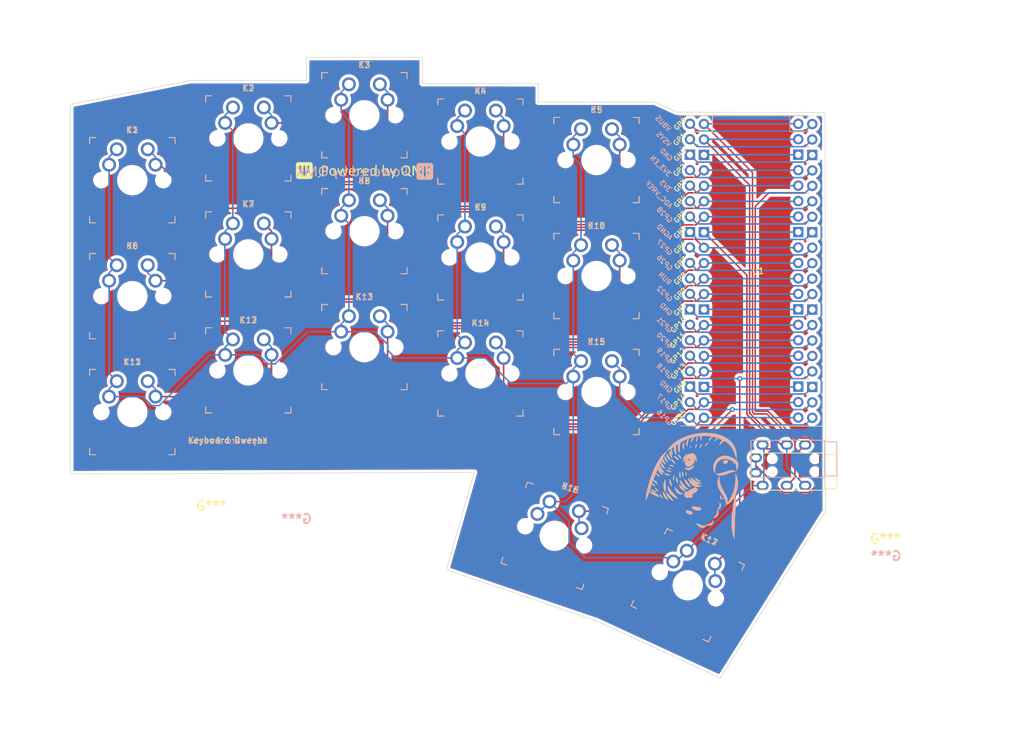
<source format=kicad_pcb>
(kicad_pcb (version 20211014) (generator pcbnew)
  (layers (0 "F.Cu" signal) (31 "B.Cu" signal) (34 "B.Paste" user) (35 "F.Paste" user) (36 "B.SilkS" user "B.Silkscreen") (37 "F.SilkS" user "F.Silkscreen") (38 "B.Mask" user) (39 "F.Mask" user) (44 "Edge.Cuts" user))
  (net 0 "")
  (net 1 "R1")
  (net 2 "GND")
  (net 3 "R2")
  (net 4 "R3")
  (net 5 "R4")
  (net 6 "R5")
  (net 7 "R6")
  (net 8 "R7")
  (net 9 "R8")
  (net 10 "R9")
  (net 11 "R10")
  (net 12 "R12")
  (net 13 "R13")
  (net 14 "R14")
  (net 15 "R15")
  (net 16 "R16")
  (net 17 "R17")
  (net 18 "TX")
  (net 19 "RX")
  (net 20 "unconnected-(U1-Pad3)")
  (net 21 "unconnected-(U1-Pad13)")
  (net 22 "unconnected-(U1-Pad18)")
  (net 23 "R11")
  (net 24 "unconnected-(U1-Pad25)")
  (net 25 "unconnected-(U1-Pad26)")
  (net 26 "unconnected-(U1-Pad27)")
  (net 27 "unconnected-(U1-Pad28)")
  (net 28 "unconnected-(U1-Pad29)")
  (net 29 "unconnected-(U1-Pad30)")
  (net 30 "unconnected-(U1-Pad31)")
  (net 31 "unconnected-(U1-Pad32)")
  (net 32 "unconnected-(U1-Pad33)")
  (net 33 "unconnected-(U1-Pad34)")
  (net 34 "unconnected-(U1-Pad35)")
  (net 35 "3v3")
  (net 36 "unconnected-(U1-Pad37)")
  (net 37 "unconnected-(U1-Pad38)")
  (net 38 "unconnected-(U1-Pad39)")
  (net 39 "unconnected-(U1-Pad40)")
  (net 40 "unconnected-(U1-Pad23)")
  (footprint "keyswitches:SW_MX_reversible" (layer "F.Cu") (at 106.646943 61.006379)
    (fp_text reference "K3")
    (fp_text value "KEYSW")
  )
  (footprint "keyswitches:SW_MX_reversible" (layer "F.Cu") (at 144.746943 106.472379)
    (fp_text reference "K15")
    (fp_text value "KEYSW")
  )
  (footprint "keyswitches:SW_MX_reversible" (layer "F.Cu") (at 159.732943 138.222379 -25)
    (fp_text reference "K17")
    (fp_text value "KEYSW")
  )
  (footprint "keyswitches:SW_MX_reversible" (layer "F.Cu") (at 144.746943 87.422379)
    (fp_text reference "K10")
    (fp_text value "KEYSW")
  )
  (footprint "keyswitches:SW_MX_reversible" (layer "F.Cu") (at 68.546943 90.724379)
    (fp_text reference "K6")
    (fp_text value "KEYSW")
  )
  (footprint "keyswitches:SW_MX_reversible" (layer "F.Cu") (at 87.596943 83.866379)
    (fp_text reference "K7")
    (fp_text value "KEYSW")
  )
  (footprint "keyswitches:SW_MX_reversible" (layer "F.Cu") (at 137.888943 130.094379 -18)
    (fp_text reference "K16")
    (fp_text value "KEYSW")
  )
  (footprint "keyswitches:SW_MX_reversible" (layer "F.Cu") (at 125.696943 84.374379)
    (fp_text reference "K9")
    (fp_text value "KEYSW")
  )
  (footprint "imagefootprints:qmk25mm" (layer "F.Cu") (at 106.505386 70.075196)
    (fp_text reference "G***")
    (fp_text value "LOGO" hide)
  )
  (footprint "keyswitches:SW_MX_reversible" (layer "F.Cu") (at 87.596943 64.816379)
    (fp_text reference "K2")
    (fp_text value "KEYSW")
  )
  (footprint "keyswitches:SW_MX_reversible" (layer "F.Cu") (at 144.746943 68.372379)
    (fp_text reference "K5")
    (fp_text value "KEYSW")
  )
  (footprint "Keebio-Parts:TRRS-PJ-320A-rev" (layer "F.Cu") (at 181.187443 119.046379 -90)
    (fp_text reference "U2")
    (fp_text value "TRRS")
  )
  (footprint "MCU_RaspberryPi_and_Boards:RPi_Pico_SMD_TH-REV2" (layer "F.Cu") (at 171.280943 86.582379)
    (fp_text reference "U1")
    (fp_text value "Pico")
  )
  (footprint "keyswitches:SW_MX_reversible" (layer "F.Cu") (at 68.546943 109.774379)
    (fp_text reference "K11")
    (fp_text value "KEYSW")
  )
  (footprint "keyswitches:SW_MX_reversible" (layer "F.Cu") (at 87.596943 102.916379)
    (fp_text reference "K12")
    (fp_text value "KEYSW")
  )
  (footprint "imagefootprints:BudgyHeadright" (layer "F.Cu") (at 160.42 121.95)
    (fp_text reference "G***")
    (fp_text value "LOGO" hide)
  )
  (footprint "keyswitches:SW_MX_reversible" (layer "F.Cu") (at 106.646943 80.056379)
    (fp_text reference "K8")
    (fp_text value "KEYSW")
  )
  (footprint "keyswitches:SW_MX_reversible" (layer "F.Cu") (at 125.696943 103.424379)
    (fp_text reference "K14")
    (fp_text value "KEYSW")
  )
  (footprint "keyswitches:SW_MX_reversible" (layer "F.Cu") (at 125.696943 65.324379)
    (fp_text reference "K4")
    (fp_text value "KEYSW")
  )
  (footprint "keyswitches:SW_MX_reversible" (layer "F.Cu") (at 68.546943 71.674379)
    (fp_text reference "K1")
    (fp_text value "KEYSW")
  )
  (footprint "keyswitches:SW_MX_reversible" (layer "F.Cu") (at 106.646943 99.106379)
    (fp_text reference "K13")
    (fp_text value "KEYSW")
  )
  (footprint "imagefootprints:BudgyHeadleft" (layer "B.Cu") (at 160.4 121.99 180)
    (fp_text reference "G***")
    (fp_text value "LOGO" hide)
  )
  (footprint "imagefootprints:qmk25mm" (layer "B.Cu") (at 106.84 70.21 180)
    (fp_text reference "G***")
    (fp_text value "LOGO" hide)
  )
  (gr_line (start 120.108943 135.682379) (end 144.746943 144.064379) (layer "Edge.Cuts") (width 0.1))
  (gr_line (start 116.170943 51.482379) (end 97.120943 51.492379) (layer "Edge.Cuts") (width 0.1))
  (gr_line (start 97.120943 51.492379) (end 97.110943 55.282379) (layer "Edge.Cuts") (width 0.1))
  (gr_line (start 182.280943 60.582379) (end 182.338943 113.584379) (layer "Edge.Cuts") (width 0.1))
  (gr_line (start 116.180943 55.792379) (end 116.170943 51.482379) (layer "Edge.Cuts") (width 0.1))
  (gr_line (start 157.954943 60.498379) (end 154.290943 58.842379) (layer "Edge.Cuts") (width 0.1))
  (gr_line (start 182.338943 126.030379) (end 182.338943 113.584379) (layer "Edge.Cuts") (width 0.1))
  (gr_line (start 135.230943 55.812379) (end 116.180943 55.792379) (layer "Edge.Cuts") (width 0.1))
  (gr_line (start 97.110943 55.282379) (end 78.070943 55.292379) (layer "Edge.Cuts") (width 0.1))
  (gr_line (start 135.210943 58.832379) (end 135.230943 55.812379) (layer "Edge.Cuts") (width 0.1))
  (gr_line (start 144.746943 144.064379) (end 165.066943 153.462379) (layer "Edge.Cuts") (width 0.1))
  (gr_line (start 165.066943 153.462379) (end 182.338943 126.030379) (layer "Edge.Cuts") (width 0.1))
  (gr_line (start 78.070943 55.292379) (end 58.386943 59.228379) (layer "Edge.Cuts") (width 0.1))
  (gr_line (start 58.386943 119.934379) (end 124.680943 119.680379) (layer "Edge.Cuts") (width 0.1))
  (gr_line (start 58.386943 59.228379) (end 58.386943 119.934379) (layer "Edge.Cuts") (width 0.1))
  (gr_line (start 154.290943 58.842379) (end 135.210943 58.832379) (layer "Edge.Cuts") (width 0.1))
  (gr_line (start 124.680943 119.680379) (end 120.108943 135.682379) (layer "Edge.Cuts") (width 0.1))
  (gr_line (start 157.954943 60.498379) (end 182.280943 60.582379) (layer "Edge.Cuts") (width 0.1))
  (gr_text "Keyboard Dweebs" (at 84.22 114.46) (layer "B.SilkS") (effects (font (size 1 1)) (justify mirror)))
  (gr_text "Keyboard Dweebs" (at 84.22 114.4) (layer "F.SilkS") (effects (font (size 1 1))))
  (segment (start 132.940943 76.882379) (end 118.220943 76.882379) (width 0.25) (layer "F.Cu") (net 1))
  (segment (start 114.160943 72.822379) (end 114.160943 72.382379) (width 0.25) (layer "F.Cu") (net 1))
  (segment (start 160.988954 81.37039) (end 153.688954 81.37039) (width 0.25) (layer "F.Cu") (net 1))
  (segment (start 153.688954 81.37039) (end 152.200943 79.882379) (width 0.25) (layer "F.Cu") (net 1))
  (segment (start 162.390943 82.772379) (end 160.988954 81.37039) (width 0.25) (layer "F.Cu") (net 1))
  (segment (start 98.980943 72.382379) (end 95.070943 76.292379) (width 0.25) (layer "F.Cu") (net 1))
  (segment (start 133.230943 77.172379) (end 132.940943 76.882379) (width 0.25) (layer "F.Cu") (net 1))
  (segment (start 135.750943 79.882379) (end 133.230943 77.362379) (width 0.25) (layer "F.Cu") (net 1))
  (segment (start 73.082943 69.134379) (end 72.356943 69.134379) (width 0.25) (layer "F.Cu") (net 1))
  (segment (start 80.240943 76.292379) (end 73.082943 69.134379) (width 0.25) (layer "F.Cu") (net 1))
  (segment (start 114.160943 72.382379) (end 98.980943 72.382379) (width 0.25) (layer "F.Cu") (net 1))
  (segment (start 118.220943 76.882379) (end 114.160943 72.822379) (width 0.25) (layer "F.Cu") (net 1))
  (segment (start 133.230943 77.362379) (end 133.230943 77.172379) (width 0.25) (layer "F.Cu") (net 1))
  (segment (start 95.070943 76.292379) (end 80.240943 76.292379) (width 0.25) (layer "F.Cu") (net 1))
  (segment (start 152.200943 79.882379) (end 135.750943 79.882379) (width 0.25) (layer "F.Cu") (net 1))
  (segment (start 72.356943 67.864379) (end 72.356943 69.134379) (width 0.25) (layer "B.Cu") (net 1))
  (segment (start 177.834443 82.772379) (end 177.870943 82.735879) (width 0.25) (layer "B.Cu") (net 1))
  (segment (start 162.390943 82.772379) (end 177.834443 82.772379) (width 0.25) (layer "B.Cu") (net 1))
  (segment (start 71.086943 66.594379) (end 72.356943 67.864379) (width 0.25) (layer "B.Cu") (net 1))
  (segment (start 169.441423 110.157794) (end 173.460943 114.177315) (width 0.25) (layer "F.Cu") (net 2))
  (segment (start 162.390943 80.232379) (end 169.441423 87.282859) (width 0.25) (layer "F.Cu") (net 2))
  (segment (start 172.683443 115.832379) (end 172.003443 115.152379) (width 0.25) (layer "F.Cu") (net 2))
  (segment (start 169.441423 87.282859) (end 169.441423 110.157794) (width 0.25) (layer "F.Cu") (net 2))
  (segment (start 173.460943 114.177315) (end 173.460943 115.832379) (width 0.25) (layer "F.Cu") (net 2))
  (segment (start 173.460943 115.832379) (end 172.683443 115.832379) (width 0.25) (layer "F.Cu") (net 2))
  (segment (start 64.736943 107.234379) (end 70.281568 107.234379) (width 0.25) (layer "B.Cu") (net 2))
  (segment (start 90.799079 101.84389) (end 92.014807 101.84389) (width 0.25) (layer "B.Cu") (net 2))
  (segment (start 83.786943 80.056379) (end 83.786943 81.326379) (width 0.25) (layer "B.Cu") (net 2))
  (segment (start 111.752943 100.884379) (end 121.886943 100.884379) (width 0.25) (layer "B.Cu") (net 2))
  (segment (start 140.936943 123.216379) (end 140.936943 103.932379) (width 0.25) (layer "B.Cu") (net 2))
  (segment (start 72.966424 108.70189) (end 81.291935 100.376379) (width 0.25) (layer "B.Cu") (net 2))
  (segment (start 83.742364 81.370958) (end 83.742364 96.5218) (width 0.25) (layer "B.Cu") (net 2))
  (segment (start 64.736943 69.134379) (end 64.736943 84.374379) (width 0.25) (layer "B.Cu") (net 2))
  (segment (start 81.291935 100.376379) (end 83.786943 100.376379) (width 0.25) (layer "B.Cu") (net 2))
  (segment (start 85.056943 59.736379) (end 83.786943 61.006379) (width 0.25) (layer "B.Cu") (net 2))
  (segment (start 70.281568 107.234379) (end 71.749079 108.70189) (width 0.25) (layer "B.Cu") (net 2))
  (segment (start 123.156943 79.294379) (end 121.886943 80.564379) (width 0.25) (layer "B.Cu") (net 2))
  (segment (start 123.156943 98.344379) (end 121.886943 99.614379) (width 0.25) (layer "B.Cu") (net 2))
  (segment (start 83.786943 61.006379) (end 83.786943 62.276379) (width 0.25) (layer "B.Cu") (net 2))
  (segment (start 135.050321 126.470854) (end 135.050321 126.501341) (width 0.25) (layer "B.Cu") (net 2))
  (segment (start 108.381568 96.566379) (end 110.501522 98.686333) (width 0.25) (layer "B.Cu") (net 2))
  (segment (start 172.227963 121.627859) (end 172.003443 121.852379) (width 0.25) (layer "B.Cu") (net 2))
  (segment (start 142.206943 69.179371) (end 140.936943 67.909371) (width 0.25) (layer "B.Cu") (net 2))
  (segment (start 71.749079 108.70189) (end 72.966424 108.70189) (width 0.25) (layer "B.Cu") (net 2))
  (segment (start 83.786943 62.276379) (end 85.056943 63.546379) (width 0.25) (layer "B.Cu") (net 2))
  (segment (start 157.812525 134.310182) (end 157.353361 134.310182) (width 0.25) (layer "B.Cu") (net 2))
  (segment (start 89.331568 100.376379) (end 90.799079 101.84389) (width 0.25) (layer "B.Cu") (net 2))
  (segment (start 129.551522 103.929504) (end 129.551522 103.931966) (width 0.25) (layer "B.Cu") (net 2))
  (segment (start 142.206943 82.342379) (end 140.936943 83.612379) (width 0.25) (layer "B.Cu") (net 2))
  (segment (start 140.936943 64.562379) (end 140.936943 65.832379) (width 0.25) (layer "B.Cu") (net 2))
  (segment (start 137.043066 124.478109) (end 139.675213 124.478109) (width 0.25) (layer "B.Cu") (net 2))
  (segment (start 110.501522 99.632958) (end 111.752943 100.884379) (width 0.25) (layer "B.Cu") (net 2))
  (segment (start 140.936943 102.662379) (end 140.936943 103.932379) (width 0.25) (layer "B.Cu") (net 2))
  (segment (start 121.886943 97.074379) (end 123.156943 98.344379) (width 0.25) (layer "B.Cu") (net 2))
  (segment (start 172.227963 115.376899) (end 172.227963 121.627859) (width 0.25) (layer "B.Cu") (net 2))
  (segment (start 139.675213 124.478109) (end 140.936943 123.216379) (width 0.25) (layer "B.Cu") (net 2))
  (segment (start 159.577822 132.544885) (end 158.434822 133.687885) (width 0.25) (layer "B.Cu") (net 2))
  (segment (start 104.106943 61.813371) (end 102.836943 60.543371) (width 0.25) (layer "B.Cu") (net 2))
  (segment (start 66.006943 85.644379) (end 64.736943 86.914379) (width 0.25) (layer "B.Cu") (net 2))
  (segment (start 159.577822 132.544885) (end 170.270328 121.852379) (width 0.25) (layer "B.Cu") (net 2))
  (segment (start 140.257364 131.0788) (end 140.257364 127.692407) (width 0.25) (layer "B.Cu") (net 2))
  (segment (start 66.006943 66.594379) (end 64.736943 67.864379) (width 0.25) (layer "B.Cu") (net 2))
  (segment (start 170.270328 121.852379) (end 172.003443 121.852379) (width 0.25) (layer "B.Cu") (net 2))
  (segment (start 104.106943 94.026379) (end 102.836943 95.296379) (width 0.25) (layer "B.Cu") (net 2))
  (segment (start 159.577822 132.544885) (end 157.812525 134.310182) (width 0.25) (layer "B.Cu") (net 2))
  (segment (start 140.460943 84.406379) (end 140.460943 84.292379) (width 0.25) (layer "B.Cu") (net 2))
  (segment (start 121.886943 81.834379) (end 121.886943 97.074379) (width 0.25) (layer "B.Cu") (net 2))
  (segment (start 102.836943 76.246379) (end 102.836943 77.516379) (width 0.25) (layer "B.Cu") (net 2))
  (segment (start 142.206943 82.342379) (end 142.206943 69.179371) (width 0.25) (layer "B.Cu") (net 2))
  (segment (start 140.257364 127.692407) (end 137.043066 124.478109) (width 0.25) (layer "B.Cu") (net 2))
  (segment (start 140.936943 67.909371) (end 140.936943 65.832379) (width 0.25) (layer "B.Cu") (net 2))
  (segment (start 92.014807 101.84389) (end 97.292318 96.566379) (width 0.25) (layer "B.Cu") (net 2))
  (segment (start 97.292318 96.566379) (end 102.836943 96.566379) (width 0.25) (layer "B.Cu") (net 2))
  (segment (start 140.936943 83.612379) (end 140.936943 84.882379) (width 0.25) (layer "B.Cu") (net 2))
  (segment (start 130.694935 105.075379) (end 139.793943 105.075379) (width 0.25) (layer "B.Cu") (net 2))
  (segment (start 83.742364 96.5218) (end 85.056943 97.836379) (width 0.25) (layer "B.Cu") (net 2))
  (segment (start 142.206943 63.292379) (end 140.936943 64.562379) (width 0.25) (layer "B.Cu") (net 2))
  (segment (start 162.427443 80.195879) (end 162.390943 80.232379) (width 0.25) (layer "B.Cu") (net 2))
  (segment (start 158.434822 133.687885) (end 142.866449 133.687885) (width 0.25) (layer "B.Cu") (net 2))
  (segment (start 172.003443 115.152379) (end 172.227963 115.376899) (width 0.25) (layer "B.Cu") (net 2))
  (segment (start 104.106943 74.976379) (end 102.836943 76.246379) (width 0.25) (layer "B.Cu") (net 2))
  (segment (start 121.886943 62.784379) (end 123.156943 64.054379) (width 0.25) (layer "B.Cu") (net 2))
  (segment (start 123.156943 60.244379) (end 121.886943 61.514379) (width 0.25) (layer "B.Cu") (net 2))
  (segment (start 121.886943 61.514379) (end 121.886943 62.784379) (width 0.25) (layer "B.Cu") (net 2))
  (segment (start 126.506397 100.884379) (end 129.551522 103.929504) (width 0.25) (layer "B.Cu") (net 2))
  (segment (start 64.736943 103.424379) (end 66.006943 104.694379) (width 0.25) (layer "B.Cu") (net 2))
  (segment (start 104.106943 74.976379) (end 104.106943 61.813371) (width 0.25) (layer "B.Cu") (net 2))
  (segment (start 121.886943 100.884379) (end 126.506397 100.884379) (width 0.25) (layer "B.Cu") (net 2))
  (segment (start 83.786943 81.326379) (end 83.742364 81.370958) (width 0.25) (layer "B.Cu") (net 2))
  (segment (start 64.736943 86.914379) (end 64.736943 88.184379) (width 0.25) (layer "B.Cu") (net 2))
  (segment (start 177.870943 80.195879) (end 162.427443 80.195879) (width 0.25) (layer "B.Cu") (net 2))
  (segment (start 66.006943 104.694379) (end 64.736943 105.964379) (width 0.25) (layer "B.Cu") (net 2))
  (segment (start 142.206943 101.392379) (end 140.936943 100.122379) (width 0.25) (layer "B.Cu") (net 2))
  (segment (start 102.836943 60.543371) (end 102.836943 58.466379) (width 0.25) (layer "B.Cu") (net 2))
  (segment (start 140.936943 100.122379) (end 140.936943 84.882379) (width 0.25) (layer "B.Cu") (net 2))
  (segment (start 121.886943 99.614379) (end 121.886943 100.884379) (width 0.25) (layer "B.Cu") (net 2))
  (segment (start 83.786943 100.376379) (end 89.331568 100.376379) (width 0.25) (layer "B.Cu") (net 2))
  (segment (start 85.056943 78.786379) (end 83.786943 80.056379) (width 0.25) (layer "B.Cu") (net 2))
  (segment (start 83.786943 99.106379) (end 83.786943 100.376379) (width 0.25) (layer "B.Cu") (net 2))
  (segment (start 102.836943 57.196379) (end 102.836943 58.466379) (width 0.25) (layer "B.Cu") (net 2))
  (segment (start 64.736943 84.374379) (end 66.006943 85.644379) (width 0.25) (layer "B.Cu") (net 2))
  (segment (start 142.206943 101.392379) (end 140.936943 102.662379) (width 0.25) (layer "B.Cu") (net 2))
  (segment (start 64.736943 88.184379) (end 64.736943 103.424379) (width 0.25) (layer "B.Cu") (net 2))
  (segment (start 64.736943 105.964379) (end 64.736943 107.234379) (width 0.25) (layer "B.Cu") (net 2))
  (segment (start 110.501522 98.686333) (end 110.501522 99.632958) (width 0.25) (layer "B.Cu") (net 2))
  (segment (start 123.156943 64.054379) (end 123.156943 79.294379) (width 0.25) (layer "B.Cu") (net 2))
  (segment (start 64.736943 67.864379) (end 64.736943 69.134379) (width 0.25) (layer "B.Cu") (net 2))
  (segment (start 137.043066 124.478109) (end 135.050321 126.470854) (width 0.25) (layer "B.Cu") (net 2))
  (segment (start 121.886943 80.564379) (end 121.886943 81.834379) (width 0.25) (layer "B.Cu") (net 2))
  (segment (start 102.836943 96.566379) (end 108.381568 96.566379) (width 0.25) (layer "B.Cu") (net 2))
  (segment (start 85.056943 63.546379) (end 85.056943 78.786379) (width 0.25) (layer "B.Cu") (net 2))
  (segment (start 142.866449 133.687885) (end 140.257364 131.0788) (width 0.25) (layer "B.Cu") (net 2))
  (segment (start 85.056943 97.836379) (end 83.786943 99.106379) (width 0.25) (layer "B.Cu") (net 2))
  (segment (start 104.106943 94.026379) (end 104.106943 78.786379) (width 0.25) (layer "B.Cu") (net 2))
  (segment (start 140.936943 84.882379) (end 140.460943 84.406379) (width 0.25) (layer "B.Cu") (net 2))
  (segment (start 139.793943 105.075379) (end 140.936943 103.932379) (width 0.25) (layer "B.Cu") (net 2))
  (segment (start 104.106943 55.926379) (end 102.836943 57.196379) (width 0.25) (layer "B.Cu") (net 2))
  (segment (start 129.551522 103.931966) (end 130.694935 105.075379) (width 0.25) (layer "B.Cu") (net 2))
  (segment (start 102.836943 95.296379) (end 102.836943 96.566379) (width 0.25) (layer "B.Cu") (net 2))
  (segment (start 104.106943 78.786379) (end 102.836943 77.516379) (width 0.25) (layer "B.Cu") (net 2))
  (segment (start 133.113801 76.41952) (end 133.868802 77.174521) (width 0.25) (layer "F.Cu") (net 3))
  (segment (start 114.610463 72.636181) (end 118.393802 76.41952) (width 0.25) (layer "F.Cu") (net 3))
  (segment (start 114.34714 71.932859) (end 114.610463 72.196182) (width 0.25) (layer "F.Cu") (net 3))
  (segment (start 152.481423 79.432859) (end 153.969434 80.92087) (width 0.25) (layer "F.Cu") (net 3))
  (segment (start 153.969434 80.92087) (end 157.070943 80.92087) (width 0.25) (layer "F.Cu") (net 3))
  (segment (start 91.406943 62.276379) (end 93.023389 62.276379) (width 0.25) (layer "F.Cu") (net 3))
  (segment (start 157.070943 80.92087) (end 158.970445 79.021368) (width 0.25) (layer "F.Cu") (net 3))
  (segment (start 93.023389 62.276379) (end 102.679869 71.932859) (width 0.25) (layer "F.Cu") (net 3))
  (segment (start 133.868802 77.174521) (end 133.868802 77.36452) (width 0.25) (layer "F.Cu") (net 3))
  (segment (start 133.868802 77.36452) (end 135.937141 79.432859) (width 0.25) (layer "F.Cu") (net 3))
  (segment (start 118.393802 76.41952) (end 133.113801 76.41952) (width 0.25) (layer "F.Cu") (net 3))
  (segment (start 135.937141 79.432859) (end 152.481423 79.432859) (width 0.25) (layer "F.Cu") (net 3))
  (segment (start 158.970445 79.021368) (end 161.061954 79.021368) (width 0.25) (layer "F.Cu") (net 3))
  (segment (start 161.061954 79.021368) (end 162.390943 77.692379) (width 0.25) (layer "F.Cu") (net 3))
  (segment (start 114.610463 72.196182) (end 114.610463 72.636181) (width 0.25) (layer "F.Cu") (net 3))
  (segment (start 102.679869 71.932859) (end 114.34714 71.932859) (width 0.25) (layer "F.Cu") (net 3))
  (segment (start 177.834443 77.692379) (end 177.870943 77.655879) (width 0.25) (layer "B.Cu") (net 3))
  (segment (start 91.406943 61.006379) (end 91.406943 62.276379) (width 0.25) (layer "B.Cu") (net 3))
  (segment (start 90.136943 59.736379) (end 91.406943 61.006379) (width 0.25) (layer "B.Cu") (net 3))
  (segment (start 162.390943 77.692379) (end 177.834443 77.692379) (width 0.25) (layer "B.Cu") (net 3))
  (segment (start 152.667621 78.983339) (end 154.138802 80.45452) (width 0.25) (layer "F.Cu") (net 4))
  (segment (start 118.58 75.97) (end 133.299999 75.97) (width 0.25) (layer "F.Cu") (net 4))
  (segment (start 115.101661 72.421661) (end 115.066661 72.456661) (width 0.25) (layer "F.Cu") (net 4))
  (segment (start 115.066661 72.456661) (end 118.58 75.97) (width 0.25) (layer "F.Cu") (net 4))
  (segment (start 136.123339 78.983339) (end 152.667621 78.983339) (width 0.25) (layer "F.Cu") (net 4))
  (segment (start 158.302932 76.29039) (end 161.252932 76.29039) (width 0.25) (layer "F.Cu") (net 4))
  (segment (start 110.456943 67.406944) (end 115.101661 72.051662) (width 0.25) (layer "F.Cu") (net 4))
  (segment (start 133.299999 75.97) (end 134.591661 77.261662) (width 0.25) (layer "F.Cu") (net 4))
  (segment (start 161.252932 76.29039) (end 162.390943 75.152379) (width 0.25) (layer "F.Cu") (net 4))
  (segment (start 110.456943 58.466379) (end 110.456943 67.406944) (width 0.25) (layer "F.Cu") (net 4))
  (segment (start 134.591661 77.451661) (end 136.123339 78.983339) (width 0.25) (layer "F.Cu") (net 4))
  (segment (start 115.101661 72.051662) (end 115.101661 72.421661) (width 0.25) (layer "F.Cu") (net 4))
  (segment (start 154.138802 80.45452) (end 158.302932 76.29039) (width 0.25) (layer "F.Cu") (net 4))
  (segment (start 134.591661 77.261662) (end 134.591661 77.451661) (width 0.25) (layer "F.Cu") (net 4))
  (segment (start 109.186943 55.926379) (end 110.456943 57.196379) (width 0.25) (layer "B.Cu") (net 4))
  (segment (start 162.390943 75.152379) (end 177.834443 75.152379) (width 0.25) (layer "B.Cu") (net 4))
  (segment (start 110.456943 57.196379) (end 110.456943 58.466379) (width 0.25) (layer "B.Cu") (net 4))
  (segment (start 177.834443 75.152379) (end 177.870943 75.115879) (width 0.25) (layer "B.Cu") (net 4))
  (segment (start 129.506943 62.784379) (end 129.506943 71.518379) (width 0.25) (layer "F.Cu") (net 5))
  (segment (start 161.252932 73.75039) (end 162.390943 72.612379) (width 0.25) (layer "F.Cu") (net 5))
  (segment (start 136.258097 78.482379) (end 152.802379 78.482379) (width 0.25) (layer "F.Cu") (net 5))
  (segment (start 135.09452 77.105956) (end 135.09452 77.318802) (width 0.25) (layer "F.Cu") (net 5))
  (segment (start 154.150943 79.806661) (end 157.863084 76.09452) (width 0.25) (layer "F.Cu") (net 5))
  (segment (start 152.802379 78.482379) (end 154.126661 79.806661) (width 0.25) (layer "F.Cu") (net 5))
  (segment (start 154.126661 79.806661) (end 154.150943 79.806661) (width 0.25) (layer "F.Cu") (net 5))
  (segment (start 157.863084 75.682728) (end 159.795422 73.75039) (width 0.25) (layer "F.Cu") (net 5))
  (segment (start 159.795422 73.75039) (end 161.252932 73.75039) (width 0.25) (layer "F.Cu") (net 5))
  (segment (start 157.863084 76.09452) (end 157.863084 75.682728) (width 0.25) (layer "F.Cu") (net 5))
  (segment (start 135.09452 77.318802) (end 136.258097 78.482379) (width 0.25) (layer "F.Cu") (net 5))
  (segment (start 129.506943 71.518379) (end 135.09452 77.105956) (width 0.25) (layer "F.Cu") (net 5))
  (segment (start 128.236943 60.244379) (end 129.506943 61.514379) (width 0.25) (layer "B.Cu") (net 5))
  (segment (start 129.506943 61.514379) (end 129.506943 62.784379) (width 0.25) (layer "B.Cu") (net 5))
  (segment (start 177.870943 72.575879) (end 162.427443 72.575879) (width 0.25) (layer "B.Cu") (net 5))
  (segment (start 162.427443 72.575879) (end 162.390943 72.612379) (width 0.25) (layer "B.Cu") (net 5))
  (segment (start 152.830463 78.032859) (end 152.850943 78.012379) (width 0.25) (layer "F.Cu") (net 6))
  (segment (start 159.002932 71.21039) (end 161.252932 71.21039) (width 0.25) (layer "F.Cu") (net 6))
  (segment (start 161.252932 71.21039) (end 162.390943 70.072379) (width 0.25) (layer "F.Cu") (net 6))
  (segment (start 158.460943 71.752379) (end 159.002932 71.21039) (width 0.25) (layer "F.Cu") (net 6))
  (segment (start 157.400225 73.605587) (end 158.460943 72.544869) (width 0.25) (layer "F.Cu") (net 6))
  (segment (start 152.850943 78.012379) (end 152.980943 78.012379) (width 0.25) (layer "F.Cu") (net 6))
  (segment (start 148.556943 77.388859) (end 149.200943 78.032859) (width 0.25) (layer "F.Cu") (net 6))
  (segment (start 157.400225 75.921661) (end 157.400225 73.605587) (width 0.25) (layer "F.Cu") (net 6))
  (segment (start 148.556943 65.832379) (end 148.556943 77.388859) (width 0.25) (layer "F.Cu") (net 6))
  (segment (start 154.145225 79.176661) (end 157.400225 75.921661) (width 0.25) (layer "F.Cu") (net 6))
  (segment (start 149.200943 78.032859) (end 152.830463 78.032859) (width 0.25) (layer "F.Cu") (net 6))
  (segment (start 152.980943 78.012379) (end 154.145225 79.176661) (width 0.25) (layer "F.Cu") (net 6))
  (segment (start 158.460943 72.544869) (end 158.460943 71.752379) (width 0.25) (layer "F.Cu") (net 6))
  (segment (start 177.870943 70.035879) (end 162.427443 70.035879) (width 0.25) (layer "B.Cu") (net 6))
  (segment (start 162.427443 70.035879) (end 162.390943 70.072379) (width 0.25) (layer "B.Cu") (net 6))
  (segment (start 148.556943 64.562379) (end 148.556943 65.832379) (width 0.25) (layer "B.Cu") (net 6))
  (segment (start 147.286943 63.292379) (end 148.556943 64.562379) (width 0.25) (layer "B.Cu") (net 6))
  (segment (start 73.973389 88.184379) (end 80.621389 94.832379) (width 0.25) (layer "F.Cu") (net 7))
  (segment (start 137.988954 99.15039) (end 161.252932 99.15039) (width 0.25) (layer "F.Cu") (net 7))
  (segment (start 72.356943 88.184379) (end 73.973389 88.184379) (width 0.25) (layer "F.Cu") (net 7))
  (segment (start 99.470943 91.672379) (end 114.390943 91.672379) (width 0.25) (layer "F.Cu") (net 7))
  (segment (start 132.790943 96.032379) (end 133.010943 95.812379) (width 0.25) (layer "F.Cu") (net 7))
  (segment (start 133.010943 95.812379) (end 134.650943 95.812379) (width 0.25) (layer "F.Cu") (net 7))
  (segment (start 80.621389 94.832379) (end 96.310943 94.832379) (width 0.25) (layer "F.Cu") (net 7))
  (segment (start 134.650943 95.812379) (end 137.988954 99.15039) (width 0.25) (layer "F.Cu") (net 7))
  (segment (start 96.310943 94.832379) (end 99.470943 91.672379) (width 0.25) (layer "F.Cu") (net 7))
  (segment (start 118.750943 96.032379) (end 132.790943 96.032379) (width 0.25) (layer "F.Cu") (net 7))
  (segment (start 114.390943 91.672379) (end 118.750943 96.032379) (width 0.25) (layer "F.Cu") (net 7))
  (segment (start 161.252932 99.15039) (end 162.390943 98.012379) (width 0.25) (layer "F.Cu") (net 7))
  (segment (start 162.427443 97.975879) (end 162.390943 98.012379) (width 0.25) (layer "B.Cu") (net 7))
  (segment (start 72.356943 88.184379) (end 71.086943 86.914379) (width 0.25) (layer "B.Cu") (net 7))
  (segment (start 71.086943 86.914379) (end 71.086943 85.644379) (width 0.25) (layer "B.Cu") (net 7))
  (segment (start 177.870943 97.975879) (end 162.427443 97.975879) (width 0.25) (layer "B.Cu") (net 7))
  (segment (start 132.470943 95.582859) (end 132.690943 95.362859) (width 0.25) (layer "F.Cu") (net 8))
  (segment (start 114.577141 91.222859) (end 118.93714 95.582859) (width 0.25) (layer "F.Cu") (net 8))
  (segment (start 96.124745 94.382859) (end 99.284746 91.222859) (width 0.25) (layer "F.Cu") (net 8))
  (segment (start 91.406943 81.326379) (end 91.406943 91.658859) (width 0.25) (layer "F.Cu") (net 8))
  (segment (start 156.891423 96.61039) (end 161.252932 96.61039) (width 0.25) (layer "F.Cu") (net 8))
  (segment (start 161.252932 96.61039) (end 162.390943 95.472379) (width 0.25) (layer "F.Cu") (net 8))
  (segment (start 138.175151 98.70087) (end 154.800943 98.70087) (width 0.25) (layer "F.Cu") (net 8))
  (segment (start 91.406943 80.056379) (end 91.406943 81.326379) (width 0.25) (layer "F.Cu") (net 8))
  (segment (start 90.136943 78.786379) (end 91.406943 80.056379) (width 0.25) (layer "F.Cu") (net 8))
  (segment (start 154.800943 98.70087) (end 156.891423 96.61039) (width 0.25) (layer "F.Cu") (net 8))
  (segment (start 94.130943 94.382859) (end 96.124745 94.382859) (width 0.25) (layer "F.Cu") (net 8))
  (segment (start 99.284746 91.222859) (end 114.577141 91.222859) (width 0.25) (layer "F.Cu") (net 8))
  (segment (start 118.93714 95.582859) (end 132.470943 95.582859) (width 0.25) (layer "F.Cu") (net 8))
  (segment (start 91.406943 91.658859) (end 94.130943 94.382859) (width 0.25) (layer "F.Cu") (net 8))
  (segment (start 135.100463 95.626182) (end 138.175151 98.70087) (width 0.25) (layer "F.Cu") (net 8))
  (segment (start 134.837141 95.362859) (end 135.100463 95.626182) (width 0.25) (layer "F.Cu") (net 8))
  (segment (start 132.690943 95.362859) (end 134.837141 95.362859) (width 0.25) (layer "F.Cu") (net 8))
  (segment (start 162.390943 95.472379) (end 177.834443 95.472379) (width 0.25) (layer "B.Cu") (net 8))
  (segment (start 177.834443 95.472379) (end 177.870943 95.435879) (width 0.25) (layer "B.Cu") (net 8))
  (segment (start 132.480943 94.913339) (end 135.023339 94.91334) (width 0.25) (layer "F.Cu") (net 9))
  (segment (start 154.614745 98.25135) (end 156.54233 96.323765) (width 0.25) (layer "F.Cu") (net 9))
  (segment (start 132.260943 95.133339) (end 132.480943 94.913339) (width 0.25) (layer "F.Cu") (net 9))
  (segment (start 119.123338 95.133339) (end 132.260943 95.133339) (width 0.25) (layer "F.Cu") (net 9))
  (segment (start 114.763338 90.773339) (end 119.123338 95.133339) (width 0.25) (layer "F.Cu") (net 9))
  (segment (start 159.10741 91.53039) (end 161.252932 91.53039) (width 0.25) (layer "F.Cu") (net 9))
  (segment (start 161.252932 91.53039) (end 162.390943 90.392379) (width 0.25) (layer "F.Cu") (net 9))
  (segment (start 110.456943 77.516379) (end 110.456943 88.259339) (width 0.25) (layer "F.Cu") (net 9))
  (segment (start 156.54233 94.09547) (end 159.10741 91.53039) (width 0.25) (layer "F.Cu") (net 9))
  (segment (start 110.456943 88.259339) (end 112.970943 90.773339) (width 0.25) (layer "F.Cu") (net 9))
  (segment (start 138.361348 98.25135) (end 154.614745 98.25135) (width 0.25) (layer "F.Cu") (net 9))
  (segment (start 112.970943 90.773339) (end 114.763338 90.773339) (width 0.25) (layer "F.Cu") (net 9))
  (segment (start 135.023339 94.91334) (end 138.361348 98.25135) (width 0.25) (layer "F.Cu") (net 9))
  (segment (start 156.54233 96.323765) (end 156.54233 94.09547) (width 0.25) (layer "F.Cu") (net 9))
  (segment (start 109.186943 74.976379) (end 110.456943 76.246379) (width 0.25) (layer "B.Cu") (net 9))
  (segment (start 177.834443 90.392379) (end 177.870943 90.355879) (width 0.25) (layer "B.Cu") (net 9))
  (segment (start 110.456943 76.246379) (end 110.456943 77.516379) (width 0.25) (layer "B.Cu") (net 9))
  (segment (start 162.390943 90.392379) (end 177.834443 90.392379) (width 0.25) (layer "B.Cu") (net 9))
  (segment (start 129.506943 81.834379) (end 129.506943 92.118379) (width 0.25) (layer "F.Cu") (net 10))
  (segment (start 156.09281 96.080512) (end 156.09281 93.909272) (width 0.25) (layer "F.Cu") (net 10))
  (segment (start 158.280323 90.505489) (end 159.795422 88.99039) (width 0.25) (layer "F.Cu") (net 10))
  (segment (start 138.590394 97.80183) (end 154.371492 97.80183) (width 0.25) (layer "F.Cu") (net 10))
  (segment (start 154.371492 97.80183) (end 156.09281 96.080512) (width 0.25) (layer "F.Cu") (net 10))
  (segment (start 159.795422 88.99039) (end 161.252932 88.99039) (width 0.25) (layer "F.Cu") (net 10))
  (segment (start 129.506943 92.118379) (end 131.852383 94.463819) (width 0.25) (layer "F.Cu") (net 10))
  (segment (start 161.252932 88.99039) (end 162.390943 87.852379) (width 0.25) (layer "F.Cu") (net 10))
  (segment (start 156.09281 93.909272) (end 158.280323 91.721759) (width 0.25) (layer "F.Cu") (net 10))
  (segment (start 158.280323 91.721759) (end 158.280323 90.505489) (width 0.25) (layer "F.Cu") (net 10))
  (segment (start 131.852383 94.463819) (end 135.252384 94.46382) (width 0.25) (layer "F.Cu") (net 10))
  (segment (start 135.252384 94.46382) (end 138.590394 97.80183) (width 0.25) (layer "F.Cu") (net 10))
  (segment (start 128.236943 79.294379) (end 129.506943 80.564379) (width 0.25) (layer "B.Cu") (net 10))
  (segment (start 177.834443 87.852379) (end 177.870943 87.815879) (width 0.25) (layer "B.Cu") (net 10))
  (segment (start 162.390943 87.852379) (end 177.834443 87.852379) (width 0.25) (layer "B.Cu") (net 10))
  (segment (start 129.506943 80.564379) (end 129.506943 81.834379) (width 0.25) (layer "B.Cu") (net 10))
  (segment (start 157.470943 88.774869) (end 159.795422 86.45039) (width 0.25) (layer "F.Cu") (net 11))
  (segment (start 159.795422 86.45039) (end 161.252932 86.45039) (width 0.25) (layer "F.Cu") (net 11))
  (segment (start 148.556943 95.64831) (end 150.260943 97.35231) (width 0.25) (layer "F.Cu") (net 11))
  (segment (start 154.185294 97.35231) (end 155.64329 95.894314) (width 0.25) (layer "F.Cu") (net 11))
  (segment (start 157.470943 91.762379) (end 157.470943 88.774869) (width 0.25) (layer "F.Cu") (net 11))
  (segment (start 155.64329 93.590032) (end 157.470943 91.762379) (width 0.25) (layer "F.Cu") (net 11))
  (segment (start 155.64329 95.894314) (end 155.64329 93.590032) (width 0.25) (layer "F.Cu") (net 11))
  (segment (start 150.260943 97.35231) (end 154.185294 97.35231) (width 0.25) (layer "F.Cu") (net 11))
  (segment (start 161.252932 86.45039) (end 162.390943 85.312379) (width 0.25) (layer "F.Cu") (net 11))
  (segment (start 148.556943 84.882379) (end 148.556943 95.64831) (width 0.25) (layer "F.Cu") (net 11))
  (segment (start 148.556943 83.612379) (end 148.556943 84.882379) (width 0.25) (layer "B.Cu") (net 11))
  (segment (start 177.870943 85.275879) (end 162.427443 85.275879) (width 0.25) (layer "B.Cu") (net 11))
  (segment (start 147.286943 82.342379) (end 148.556943 83.612379) (width 0.25) (layer "B.Cu") (net 11))
  (segment (start 162.427443 85.275879) (end 162.390943 85.312379) (width 0.25) (layer "B.Cu") (net 11))
  (segment (start 118.59714 105.572859) (end 122.507141 109.482859) (width 0.25) (layer "F.Cu") (net 12))
  (segment (start 156.920463 112.192859) (end 158.630943 110.482379) (width 0.25) (layer "F.Cu") (net 12))
  (segment (start 92.653084 107.93452) (end 95.014746 105.572859) (width 0.25) (layer "F.Cu") (net 12))
  (segment (start 159.795422 109.31039) (end 161.252932 109.31039) (width 0.25) (layer "F.Cu") (net 12))
  (segment (start 139.247141 112.192859) (end 156.920463 112.192859) (width 0.25) (layer "F.Cu") (net 12))
  (segment (start 122.507141 109.482859) (end 136.53714 109.482859) (width 0.25) (layer "F.Cu") (net 12))
  (segment (start 158.630943 110.482379) (end 158.630943 110.474869) (width 0.25) (layer "F.Cu") (net 12))
  (segment (start 91.406943 106.688379) (end 92.653084 107.93452) (width 0.25) (layer "F.Cu") (net 12))
  (segment (start 91.406943 100.376379) (end 91.406943 106.688379) (width 0.25) (layer "F.Cu") (net 12))
  (segment (start 158.630943 110.474869) (end 159.795422 109.31039) (width 0.25) (layer "F.Cu") (net 12))
  (segment (start 136.53714 109.482859) (end 139.247141 112.192859) (width 0.25) (layer "F.Cu") (net 12))
  (segment (start 95.014746 105.572859) (end 118.59714 105.572859) (width 0.25) (layer "F.Cu") (net 12))
  (segment (start 161.252932 109.31039) (end 162.390943 108.172379) (width 0.25) (layer "F.Cu") (net 12))
  (segment (start 91.406943 99.106379) (end 91.406943 100.376379) (width 0.25) (layer "B.Cu") (net 12))
  (segment (start 90.136943 97.836379) (end 91.406943 99.106379) (width 0.25) (layer "B.Cu") (net 12))
  (segment (start 177.834443 108.172379) (end 177.870943 108.135879) (width 0.25) (layer "B.Cu") (net 12))
  (segment (start 162.390943 108.172379) (end 177.834443 108.172379) (width 0.25) (layer "B.Cu") (net 12))
  (segment (start 161.252932 104.23039) (end 162.390943 103.092379) (width 0.25) (layer "F.Cu") (net 13))
  (segment (start 110.456943 96.566379) (end 110.456943 103.489339) (width 0.25) (layer "F.Cu") (net 13))
  (segment (start 159.10741 104.23039) (end 161.252932 104.23039) (width 0.25) (layer "F.Cu") (net 13))
  (segment (start 112.090943 105.123339) (end 119.141903 105.123339) (width 0.25) (layer "F.Cu") (net 13))
  (segment (start 136.750943 109.033339) (end 139.460943 111.743339) (width 0.25) (layer "F.Cu") (net 13))
  (segment (start 139.460943 111.743339) (end 151.594461 111.743339) (width 0.25) (layer "F.Cu") (net 13))
  (segment (start 119.141903 105.123339) (end 123.051903 109.033339) (width 0.25) (layer "F.Cu") (net 13))
  (segment (start 110.456943 103.489339) (end 112.090943 105.123339) (width 0.25) (layer "F.Cu") (net 13))
  (segment (start 123.051903 109.033339) (end 136.750943 109.033339) (width 0.25) (layer "F.Cu") (net 13))
  (segment (start 151.594461 111.743339) (end 159.10741 104.23039) (width 0.25) (layer "F.Cu") (net 13))
  (segment (start 109.186943 94.026379) (end 110.456943 95.296379) (width 0.25) (layer "B.Cu") (net 13))
  (segment (start 177.870943 103.055879) (end 162.427443 103.055879) (width 0.25) (layer "B.Cu") (net 13))
  (segment (start 162.427443 103.055879) (end 162.390943 103.092379) (width 0.25) (layer "B.Cu") (net 13))
  (segment (start 110.456943 95.296379) (end 110.456943 96.566379) (width 0.25) (layer "B.Cu") (net 13))
  (segment (start 162.260943 100.682379) (end 162.390943 100.552379) (width 0.25) (layer "F.Cu") (net 14))
  (segment (start 132.200943 108.583819) (end 136.93714 108.583819) (width 0.25) (layer "F.Cu") (net 14))
  (segment (start 136.93714 108.583819) (end 139.443322 111.09) (width 0.25) (layer "F.Cu") (net 14))
  (segment (start 129.506943 100.884379) (end 129.506943 105.889819) (width 0.25) (layer "F.Cu") (net 14))
  (segment (start 129.506943 105.889819) (end 132.200943 108.583819) (width 0.25) (layer "F.Cu") (net 14))
  (segment (start 154.915323 106.570489) (end 159.783433 101.702379) (width 0.25) (layer "F.Cu") (net 14))
  (segment (start 151.612082 111.09) (end 154.915323 107.786759) (width 0.25) (layer "F.Cu") (net 14))
  (segment (start 139.443322 111.09) (end 151.612082 111.09) (width 0.25) (layer "F.Cu") (net 14))
  (segment (start 159.783433 101.702379) (end 162.260943 101.702379) (width 0.25) (layer "F.Cu") (net 14))
  (segment (start 154.915323 107.786759) (end 154.915323 106.570489) (width 0.25) (layer "F.Cu") (net 14))
  (segment (start 162.260943 101.702379) (end 162.260943 100.682379) (width 0.25) (layer "F.Cu") (net 14))
  (segment (start 177.834443 100.552379) (end 177.870943 100.515879) (width 0.25) (layer "B.Cu") (net 14))
  (segment (start 129.506943 99.614379) (end 129.506943 100.884379) (width 0.25) (layer "B.Cu") (net 14))
  (segment (start 128.236943 98.344379) (end 129.506943 99.614379) (width 0.25) (layer "B.Cu") (net 14))
  (segment (start 162.390943 100.552379) (end 177.834443 100.552379) (width 0.25) (layer "B.Cu") (net 14))
  (segment (start 148.556943 102.662379) (end 148.556943 103.932379) (width 0.25) (layer "B.Cu") (net 15))
  (segment (start 161.301954 111.88689) (end 178.996432 111.88689) (width 0.25) (layer "B.Cu") (net 15))
  (segment (start 152.297435 110.675879) (end 148.556943 106.935387) (width 0.25) (layer "B.Cu") (net 15))
  (segment (start 147.286943 101.392379) (end 148.556943 102.662379) (width 0.25) (layer "B.Cu") (net 15))
  (segment (start 178.996432 111.88689) (end 180.170943 110.712379) (width 0.25) (layer "B.Cu") (net 15))
  (segment (start 160.090943 110.675879) (end 161.301954 111.88689) (width 0.25) (layer "B.Cu") (net 15))
  (segment (start 148.556943 106.935387) (end 148.556943 103.932379) (width 0.25) (layer "B.Cu") (net 15))
  (segment (start 160.090943 110.675879) (end 152.297435 110.675879) (width 0.25) (layer "B.Cu") (net 15))
  (segment (start 150.365407 126.047915) (end 167.066432 109.34689) (width 0.25) (layer "F.Cu") (net 16))
  (segment (start 141.874433 126.047915) (end 150.365407 126.047915) (width 0.25) (layer "F.Cu") (net 16))
  (via (at 167.066432 109.34689) (size 0.8) (drill 0.4) (layers "F.Cu" "B.Cu") (net 16))
  (segment (start 167.066432 109.34689) (end 178.996432 109.34689) (width 0.25) (layer "B.Cu") (net 16))
  (segment (start 178.996432 109.34689) (end 180.170943 108.172379) (width 0.25) (layer "B.Cu") (net 16))
  (segment (start 161.301954 109.34689) (end 167.066432 109.34689) (width 0.25) (layer "B.Cu") (net 16))
  (segment (start 141.874433 128.433112) (end 142.297371 128.85605) (width 0.25) (layer "B.Cu") (net 16))
  (segment (start 141.874433 126.047915) (end 141.874433 128.433112) (width 0.25) (layer "B.Cu") (net 16))
  (segment (start 160.090943 108.135879) (end 161.301954 109.34689) (width 0.25) (layer "B.Cu") (net 16))
  (segment (start 168.265454 130.608198) (end 168.265454 104.26689) (width 0.25) (layer "F.Cu") (net 17))
  (segment (start 164.181866 134.691786) (end 168.265454 130.608198) (width 0.25) (layer "F.Cu") (net 17))
  (via (at 168.265454 104.26689) (size 0.8) (drill 0.4) (layers "F.Cu" "B.Cu") (net 17))
  (segment (start 164.181866 137.452973) (end 164.259426 137.530533) (width 0.25) (layer "B.Cu") (net 17))
  (segment (start 178.996432 104.26689) (end 180.170943 103.092379) (width 0.25) (layer "B.Cu") (net 17))
  (segment (start 160.090943 103.055879) (end 161.301954 104.26689) (width 0.25) (layer "B.Cu") (net 17))
  (segment (start 168.265454 104.26689) (end 178.996432 104.26689) (width 0.25) (layer "B.Cu") (net 17))
  (segment (start 161.301954 104.26689) (end 168.265454 104.26689) (width 0.25) (layer "B.Cu") (net 17))
  (segment (start 164.181866 134.691786) (end 164.181866 137.452973) (width 0.25) (layer "B.Cu") (net 17))
  (segment (start 170.360943 109.805879) (end 170.624266 110.069201) (width 0.25) (layer "F.Cu") (net 18))
  (segment (start 177.327963 120.527859) (end 176.003443 121.852379) (width 0.25) (layer "F.Cu") (net 18))
  (segment (start 170.360943 70.422379) (end 162.390943 62.452379) (width 0.25) (layer "F.Cu") (net 18))
  (segment (start 170.624266 110.069201) (end 172.710576 110.069201) (width 0.25) (layer "F.Cu") (net 18))
  (segment (start 179.000943 115.152379) (end 179.003443 115.152379) (width 0.25) (layer "F.Cu") (net 18))
  (segment (start 170.360943 109.805879) (end 170.360943 70.422379) (width 0.25) (layer "F.Cu") (net 18))
  (segment (start 177.327963 116.825359) (end 177.327963 120.527859) (width 0.25) (layer "F.Cu") (net 18))
  (segment (start 177.327963 114.686588) (end 177.327963 116.825359) (width 0.25) (layer "F.Cu") (net 18))
  (segment (start 177.327963 116.825359) (end 179.000943 115.152379) (width 0.25) (layer "F.Cu") (net 18))
  (segment (start 172.710576 110.069201) (end 177.327963 114.686588) (width 0.25) (layer "F.Cu") (net 18))
  (segment (start 177.870943 62.415879) (end 162.427443 62.415879) (width 0.25) (layer "B.Cu") (net 18))
  (segment (start 162.427443 62.415879) (end 162.390943 62.452379) (width 0.25) (layer "B.Cu") (net 18))
  (segment (start 169.890943 72.492379) (end 162.390943 64.992379) (width 0.25) (layer "F.Cu") (net 19))
  (segment (start 175.071726 115.152379) (end 176.003443 115.152379) (width 0.25) (layer "F.Cu") (net 19))
  (segment (start 169.890943 109.971597) (end 169.890943 72.492379) (width 0.25) (layer "F.Cu") (net 19))
  (segment (start 169.890943 109.971597) (end 175.071726 115.152379) (width 0.25) (layer "F.Cu") (net 19))
  (segment (start 176.003443 118.852379) (end 179.003443 121.852379) (width 0.25) (layer "B.Cu") (net 19))
  (segment (start 176.003443 115.152379) (end 176.003443 118.852379) (width 0.25) (layer "B.Cu") (net 19))
  (segment (start 177.870943 64.955879) (end 162.427443 64.955879) (width 0.25) (layer "B.Cu") (net 19))
  (segment (start 162.427443 64.955879) (end 162.390943 64.992379) (width 0.25) (layer "B.Cu") (net 19))
  (segment (start 162.427443 67.495879) (end 162.390943 67.532379) (width 0.25) (layer "B.Cu") (net 20))
  (segment (start 177.870943 67.495879) (end 162.427443 67.495879) (width 0.25) (layer "B.Cu") (net 20))
  (segment (start 162.427443 92.895879) (end 162.390943 92.932379) (width 0.25) (layer "B.Cu") (net 21))
  (segment (start 177.870943 92.895879) (end 162.427443 92.895879) (width 0.25) (layer "B.Cu") (net 21))
  (segment (start 162.390943 105.632379) (end 177.834443 105.632379) (width 0.25) (layer "B.Cu") (net 22))
  (segment (start 177.834443 105.632379) (end 177.870943 105.595879) (width 0.25) (layer "B.Cu") (net 22))
  (segment (start 79.572943 107.234379) (end 81.190943 108.852379) (width 0.25) (layer "F.Cu") (net 23))
  (segment (start 72.356943 107.234379) (end 79.572943 107.234379) (width 0.25) (layer "F.Cu") (net 23))
  (segment (start 139.060943 112.642379) (end 160.460943 112.642379) (width 0.25) (layer "F.Cu") (net 23))
  (segment (start 136.350943 109.932379) (end 139.060943 112.642379) (width 0.25) (layer "F.Cu") (net 23))
  (segment (start 81.190943 108.852379) (end 92.370943 108.852379) (width 0.25) (layer "F.Cu") (net 23))
  (segment (start 95.200943 106.022379) (end 118.410943 106.022379) (width 0.25) (layer "F.Cu") (net 23))
  (segment (start 118.410943 106.022379) (end 122.320943 109.932379) (width 0.25) (layer "F.Cu") (net 23))
  (segment (start 92.370943 108.852379) (end 95.200943 106.022379) (width 0.25) (layer "F.Cu") (net 23))
  (segment (start 160.460943 112.642379) (end 162.390943 110.712379) (width 0.25) (layer "F.Cu") (net 23))
  (segment (start 122.320943 109.932379) (end 136.350943 109.932379) (width 0.25) (layer "F.Cu") (net 23))
  (segment (start 71.086943 104.694379) (end 72.356943 105.964379) (width 0.25) (layer "B.Cu") (net 23))
  (segment (start 177.870943 110.675879) (end 162.427443 110.675879) (width 0.25) (layer "B.Cu") (net 23))
  (segment (start 72.356943 105.964379) (end 72.356943 107.234379) (width 0.25) (layer "B.Cu") (net 23))
  (segment (start 162.427443 110.675879) (end 162.390943 110.712379) (width 0.25) (layer "B.Cu") (net 23))
  (segment (start 161.301954 101.72689) (end 160.090943 100.515879) (width 0.25) (layer "B.Cu") (net 24))
  (segment (start 178.996432 101.72689) (end 161.301954 101.72689) (width 0.25) (layer "B.Cu") (net 24))
  (segment (start 180.170943 100.552379) (end 178.996432 101.72689) (width 0.25) (layer "B.Cu") (net 24))
  (segment (start 178.996432 99.18689) (end 180.170943 98.012379) (width 0.25) (layer "B.Cu") (net 25))
  (segment (start 161.301954 99.18689) (end 178.996432 99.18689) (width 0.25) (layer "B.Cu") (net 25))
  (segment (start 160.090943 97.975879) (end 161.301954 99.18689) (width 0.25) (layer "B.Cu") (net 25))
  (segment (start 180.170943 95.472379) (end 178.996432 96.64689) (width 0.25) (layer "B.Cu") (net 26))
  (segment (start 161.301954 96.64689) (end 160.090943 95.435879) (width 0.25) (layer "B.Cu") (net 26))
  (segment (start 178.996432 96.64689) (end 161.301954 96.64689) (width 0.25) (layer "B.Cu") (net 26))
  (segment (start 178.996432 94.10689) (end 180.170943 92.932379) (width 0.25) (layer "B.Cu") (net 27))
  (segment (start 161.301954 94.10689) (end 178.996432 94.10689) (width 0.25) (layer "B.Cu") (net 27))
  (segment (start 160.090943 92.895879) (end 161.301954 94.10689) (width 0.25) (layer "B.Cu") (net 27))
  (segment (start 161.301954 91.56689) (end 178.996432 91.56689) (width 0.25) (layer "B.Cu") (net 28))
  (segment (start 160.090943 90.355879) (end 161.301954 91.56689) (width 0.25) (layer "B.Cu") (net 28))
  (segment (start 178.996432 91.56689) (end 180.170943 90.392379) (width 0.25) (layer "B.Cu") (net 28))
  (segment (start 180.170943 87.852379) (end 178.996432 89.02689) (width 0.25) (layer "B.Cu") (net 29))
  (segment (start 178.996432 89.02689) (end 161.301954 89.02689) (width 0.25) (layer "B.Cu") (net 29))
  (segment (start 161.301954 89.02689) (end 160.090943 87.815879) (width 0.25) (layer "B.Cu") (net 29))
  (segment (start 161.301954 86.48689) (end 178.996432 86.48689) (width 0.25) (layer "B.Cu") (net 30))
  (segment (start 178.996432 86.48689) (end 180.170943 85.312379) (width 0.25) (layer "B.Cu") (net 30))
  (segment (start 160.090943 85.275879) (end 161.301954 86.48689) (width 0.25) (layer "B.Cu") (net 30))
  (segment (start 178.996432 83.94689) (end 180.170943 82.772379) (width 0.25) (layer "B.Cu") (net 31))
  (segment (start 161.301954 83.94689) (end 178.996432 83.94689) (width 0.25) (layer "B.Cu") (net 31))
  (segment (start 160.090943 82.735879) (end 161.301954 83.94689) (width 0.25) (layer "B.Cu") (net 31))
  (segment (start 160.090943 80.195879) (end 161.301954 81.40689) (width 0.25) (layer "B.Cu") (net 32))
  (segment (start 161.301954 81.40689) (end 178.996432 81.40689) (width 0.25) (layer "B.Cu") (net 32))
  (segment (start 178.996432 81.40689) (end 180.170943 80.232379) (width 0.25) (layer "B.Cu") (net 32))
  (segment (start 160.090943 77.655879) (end 161.301954 78.86689) (width 0.25) (layer "B.Cu") (net 33))
  (segment (start 161.301954 78.86689) (end 178.996432 78.86689) (width 0.25) (layer "B.Cu") (net 33))
  (segment (start 178.996432 78.86689) (end 180.170943 77.692379) (width 0.25) (layer "B.Cu") (net 33))
  (segment (start 160.090943 75.115879) (end 161.301954 76.32689) (width 0.25) (layer "B.Cu") (net 34))
  (segment (start 161.301954 76.32689) (end 178.996432 76.32689) (width 0.25) (layer "B.Cu") (net 34))
  (segment (start 178.996432 76.32689) (end 180.170943 75.152379) (width 0.25) (layer "B.Cu") (net 34))
  (segment (start 179.032932 73.75039) (end 180.170943 72.612379) (width 0.25) (layer "F.Cu") (net 35))
  (segment (start 179.669234 122.976899) (end 175.337652 122.976899) (width 0.25) (layer "F.Cu") (net 35))
  (segment (start 173.022452 73.75039) (end 179.032932 73.75039) (width 0.25) (layer "F.Cu") (net 35))
  (segment (start 170.903443 118.54269) (end 170.903443 117.252379) (width 0.25) (layer "F.Cu") (net 35))
  (segment (start 172.896774 109.619681) (end 177.304952 114.027859) (width 0.25) (layer "F.Cu") (net 35))
  (segment (start 181.400943 115.759568) (end 181.400943 121.24519) (width 0.25) (layer "F.Cu") (net 35))
  (segment (start 170.810463 109.619681) (end 172.896774 109.619681) (width 0.25) (layer "F.Cu") (net 35))
  (segment (start 175.337652 122.976899) (end 170.903443 118.54269) (width 0.25) (layer "F.Cu") (net 35))
  (segment (start 181.400943 121.24519) (end 179.669234 122.976899) (width 0.25) (layer "F.Cu") (net 35))
  (segment (start 170.810463 109.619681) (end 170.810463 75.962379) (width 0.25) (layer "F.Cu") (net 35))
  (segment (start 170.810463 75.962379) (end 173.022452 73.75039) (width 0.25) (layer "F.Cu") (net 35))
  (segment (start 179.669234 114.027859) (end 181.400943 115.759568) (width 0.25) (layer "F.Cu") (net 35))
  (segment (start 177.304952 114.027859) (end 179.669234 114.027859) (width 0.25) (layer "F.Cu") (net 35))
  (segment (start 161.301954 73.78689) (end 178.996432 73.78689) (width 0.25) (layer "B.Cu") (net 35))
  (segment (start 178.996432 73.78689) (end 180.170943 72.612379) (width 0.25) (layer "B.Cu") (net 35))
  (segment (start 160.090943 72.575879) (end 161.301954 73.78689) (width 0.25) (layer "B.Cu") (net 35))
  (segment (start 170.903443 119.752379) (end 170.903443 117.252379) (width 0.25) (layer "B.Cu") (net 35))
  (segment (start 160.090943 70.035879) (end 161.301954 71.24689) (width 0.25) (layer "B.Cu") (net 36))
  (segment (start 161.301954 71.24689) (end 178.996432 71.24689) (width 0.25) (layer "B.Cu") (net 36))
  (segment (start 178.996432 71.24689) (end 180.170943 70.072379) (width 0.25) (layer "B.Cu") (net 36))
  (segment (start 160.090943 67.495879) (end 161.301954 68.70689) (width 0.25) (layer "B.Cu") (net 37))
  (segment (start 161.301954 68.70689) (end 178.996432 68.70689) (width 0.25) (layer "B.Cu") (net 37))
  (segment (start 178.996432 68.70689) (end 180.170943 67.532379) (width 0.25) (layer "B.Cu") (net 37))
  (segment (start 161.301954 66.16689) (end 178.996432 66.16689) (width 0.25) (layer "B.Cu") (net 38))
  (segment (start 160.090943 64.955879) (end 161.301954 66.16689) (width 0.25) (layer "B.Cu") (net 38))
  (segment (start 178.996432 66.16689) (end 180.170943 64.992379) (width 0.25) (layer "B.Cu") (net 38))
  (segment (start 161.301954 63.62689) (end 178.996432 63.62689) (width 0.25) (layer "B.Cu") (net 39))
  (segment (start 160.090943 62.415879) (end 161.301954 63.62689) (width 0.25) (layer "B.Cu") (net 39))
  (segment (start 178.996432 63.62689) (end 180.170943 62.452379) (width 0.25) (layer "B.Cu") (net 39))
  (segment (start 161.301954 106.80689) (end 178.996432 106.80689) (width 0.25) (layer "B.Cu") (net 40))
  (segment (start 178.996432 106.80689) (end 180.170943 105.632379) (width 0.25) (layer "B.Cu") (net 40))
  (segment (start 160.090943 105.595879) (end 161.301954 106.80689) (width 0.25) (layer "B.Cu") (net 40))
  (zone (net 0) (net_name "") (layers F&B.Cu) (connect_pads (clearance 0.508)) (min_thickness 0.254) (fill yes (thermal_gap 0.508) (thermal_bridge_width 0.508))
    (polygon (pts (xy 214.93 164.12) (xy 46.83 165.34) (xy 47.07 44.53) (xy 214.44 42.08)))
  )
)
</source>
